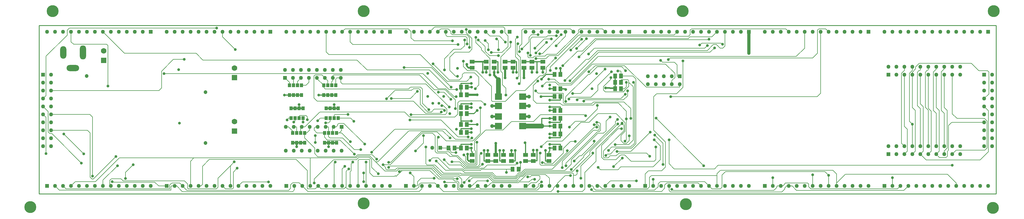
<source format=gbl>
%FSTAX23Y23*%
%MOIN*%
%SFA1B1*%

%IPPOS*%
%ADD15R,0.059060X0.051180*%
%ADD16R,0.086610X0.078740*%
%ADD17R,0.039370X0.047240*%
%ADD18R,0.051180X0.059060*%
%ADD24C,0.007870*%
%ADD25C,0.019690*%
%ADD26C,0.039370*%
%ADD27C,0.011810*%
%ADD30R,0.050000X0.050000*%
%ADD31C,0.050000*%
%ADD32C,0.070000*%
%ADD33R,0.070000X0.070000*%
%ADD34C,0.150000*%
%ADD35R,0.050000X0.050000*%
%ADD36O,0.078740X0.177160*%
%ADD37O,0.078740X0.157480*%
%ADD38O,0.157480X0.078740*%
%ADD39C,0.059060*%
%ADD40C,0.059060*%
%ADD41C,0.035430*%
%ADD42C,0.047240*%
%ADD43C,0.010000*%
%ADD44C,0.027560*%
%ADD45C,0.015750*%
%ADD46C,0.059060*%
%LNledmatrixdisplay-1*%
%LPD*%
G54D15*
X05436Y01654D03*
Y01579D03*
X05711Y01654D03*
Y01579D03*
X05849Y01654D03*
Y01579D03*
X05947Y01654D03*
Y01579D03*
X06085Y01654D03*
Y01579D03*
X06184Y01654D03*
Y01579D03*
X06321Y01654D03*
Y01579D03*
X05613Y01654D03*
Y01579D03*
X05928Y00481D03*
Y00406D03*
X06203Y00481D03*
Y00406D03*
X064D03*
Y00481D03*
X05436D03*
Y00406D03*
X05632Y00481D03*
Y00406D03*
X05829Y00481D03*
Y00406D03*
X05731Y00481D03*
Y00406D03*
X06105Y00481D03*
Y00406D03*
G54D16*
X05766Y01215D03*
Y01097D03*
Y00845D03*
Y00963D03*
X06069Y01215D03*
Y01097D03*
Y00845D03*
Y00963D03*
G54D17*
X03315Y00943D03*
X03265D03*
X03215D03*
X03165D03*
Y01067D03*
X03215D03*
X03265D03*
X03315D03*
X03185Y00757D03*
X03235D03*
X03285D03*
X03335D03*
Y00633D03*
X03285D03*
X03235D03*
X03185D03*
X03585Y00757D03*
X03635D03*
X03685D03*
X03735D03*
Y00633D03*
X03685D03*
X03635D03*
X03585D03*
X03755Y01067D03*
X03705D03*
X03655D03*
X03605D03*
Y00943D03*
X03655D03*
X03705D03*
X03755D03*
X03145Y01357D03*
X03195D03*
X03245D03*
X03295D03*
Y01233D03*
X03245D03*
X03195D03*
X03145D03*
X03575D03*
X03625D03*
X03675D03*
X03725D03*
Y01357D03*
X03675D03*
X03625D03*
X03575D03*
G54D18*
X05369Y01335D03*
X05294D03*
X05369Y01237D03*
X05294D03*
X05369Y01079D03*
X05294D03*
X05369Y01D03*
X05294D03*
X05369Y00863D03*
X05294D03*
X05369Y00764D03*
X05294D03*
X06542Y01315D03*
X06467D03*
X06542Y01217D03*
X06467D03*
X06542Y0104D03*
X06467D03*
X06542Y00941D03*
X06467D03*
X06542Y00843D03*
X06467D03*
X06542Y00745D03*
X06467D03*
Y01493D03*
X06542D03*
X07227Y01315D03*
X07302D03*
Y01395D03*
X07227D03*
Y01475D03*
X07302D03*
X05214Y00567D03*
X05139D03*
X05369D03*
X05294D03*
X06542D03*
X06467D03*
X05942Y003D03*
X06017D03*
G54D24*
X04787Y01335D02*
X04812Y0131D01*
X0464Y01312D02*
X04663Y01335D01*
X04812Y01132D02*
X04893Y01051D01*
X04663Y01335D02*
X04787D01*
X03575Y0133D02*
Y01357D01*
X03593Y01312D02*
X0464D01*
X07231Y009D02*
X07259Y00928D01*
X06677Y00298D02*
X06834Y00455D01*
X00315Y00743D02*
X00564Y00494D01*
X04075Y00143D02*
Y00254D01*
X07741Y00944D02*
X08339Y00346D01*
X00092Y00498D02*
Y00953D01*
X06966Y0086D02*
X07011D01*
X06565Y0032D02*
Y00401D01*
X00055Y0099D02*
X00092Y00953D01*
X00118Y0077D02*
Y01027D01*
X06965Y00632D02*
Y00654D01*
X06715Y00405D02*
X06781Y00471D01*
X0721Y00333D02*
X07317Y0044D01*
X00164Y0075D02*
X00536Y00378D01*
X00055Y0109D02*
X00118Y01027D01*
X06987Y00553D02*
X07315Y00881D01*
Y00876D02*
X07337Y00854D01*
X07622Y00505D02*
X07662Y00465D01*
X06512Y00021D02*
X06819D01*
X07369Y00672D02*
Y01032D01*
X00092Y01227D02*
Y01723D01*
X06203Y01353D02*
X0626Y0141D01*
X07353Y00656D02*
X07369Y00672D01*
X05979Y01939D02*
X06003Y01963D01*
X00386Y02078D02*
X02232D01*
X05997Y01447D02*
X06022Y01472D01*
X00055Y0119D02*
X00092Y01227D01*
X01075Y0176D02*
X01975D01*
X00805Y0203D02*
X01075Y0176D01*
X05145Y01303D02*
X05242D01*
X04582Y01582D02*
X04925D01*
X05171Y01336*
X06233Y01289D02*
X06263Y01259D01*
X05475Y01315D02*
X0552Y0136D01*
X07425Y00942D02*
Y01063D01*
X01689Y01683D02*
X01826D01*
X04945Y01628D02*
X05147Y01426D01*
X00155Y0129D02*
X01507D01*
X03145Y01357D02*
Y01395D01*
X0309Y0145D02*
X03145Y01395D01*
X03245Y01404D02*
X0329Y0145D01*
X03245Y01357D02*
Y01404D01*
X0349Y01441D02*
Y0145D01*
Y01441D02*
X03575Y01357D01*
X03466Y01487D02*
X03553D01*
X03625Y01415*
Y01357D02*
Y01415D01*
X056Y01921D02*
X0564Y01881D01*
Y01805D02*
Y01881D01*
X03842Y02067D02*
X04635D01*
X04707Y01917D02*
X0519D01*
X03805Y0203D02*
X03842Y02067D01*
X04966Y02091D02*
X05827D01*
X05675Y0177D02*
X0581D01*
X04905Y0203D02*
X04966Y02091D01*
X05042Y02067D02*
X05135D01*
X05403Y01833D02*
Y01957D01*
X05005Y0203D02*
X05042Y02067D01*
X05513Y01929D02*
X05598Y01844D01*
X05655Y0173D02*
X05765D01*
X05481Y01895D02*
Y01961D01*
X0566Y01487D02*
Y01695D01*
X05742Y01942D02*
X05765Y0192D01*
Y01805D02*
Y0192D01*
X05658Y01977D02*
X05777D01*
X05853Y01901*
X05605Y0203D02*
X05658Y01977D01*
X0592Y0184D02*
Y019D01*
X0586Y01235D02*
Y0132D01*
X06074Y02067D02*
X06668D01*
X06705Y0203*
X06027Y01781D02*
Y01849D01*
X06179Y01993D02*
X06262D01*
X06057Y01813D02*
X06147Y01903D01*
X06672Y01801D02*
X0681Y01939D01*
X06785Y02067D02*
X07068D01*
X07105Y0203*
X06135Y01714D02*
Y01766D01*
X06382Y0198D02*
X06492D01*
X06165Y01733D02*
Y01939D01*
X06773Y01992D02*
X07967D01*
X08005Y0203*
X06235Y01696D02*
X06363D01*
X06314Y01754D02*
X06553Y01993D01*
X06283Y01754D02*
X06314D01*
X08166Y01968D02*
X08443D01*
X08505Y0203*
X06573Y01603D02*
X06757Y01787D01*
X08185Y02067D02*
X09368D01*
X09405Y0203*
X06415Y01544D02*
Y01588D01*
X08419Y01773D02*
X08475Y01829D01*
X06663Y01413D02*
X07023Y01773D01*
X09782Y02067D02*
X09868D01*
X09905Y0203*
X07895Y0168D02*
X07915Y017D01*
X06794Y01253D02*
X07101Y0156D01*
X06694Y01253D02*
X06794D01*
X0856Y01889D02*
X08575Y01874D01*
X0829Y01864D02*
X08315Y01889D01*
X05997Y01868D02*
X06009Y0188D01*
X06025Y01378D02*
X06041Y01394D01*
X07004Y01058D02*
Y01103D01*
X06654Y0083D02*
Y00832D01*
X07115Y00908D02*
X07166Y00959D01*
X04855Y0037D02*
Y0058D01*
X06843Y00989D02*
X06859Y00973D01*
X00155Y0079D02*
X00613D01*
X05333Y00482D02*
X05356Y00459D01*
X00686Y00178D02*
X00968Y0046D01*
X09905Y0009D02*
Y00225D01*
X08351Y00144D02*
X08442Y00053D01*
X06905Y0009D02*
X06945D01*
X06705D02*
Y00246D01*
X09705Y0009D02*
Y00231D01*
X06752Y00242D02*
Y00281D01*
X06705Y00225D02*
X06735D01*
X05336Y00136D02*
X0538Y0018D01*
X09503Y00034D02*
X10849D01*
X10905Y0009*
X09405D02*
X09447D01*
X09683Y00053D02*
X10768D01*
X10805Y0009*
X09305D02*
X09331D01*
X10005D02*
Y00242D01*
X08505Y0009D02*
Y00245D01*
X10005Y00127D02*
X10115Y00237D01*
X11505Y0009D02*
Y00128D01*
X07683Y00222D02*
X08503D01*
X07005Y0009D02*
X07031D01*
X08505Y00245D02*
X08547Y00287D01*
X07875Y00127D02*
X08268D01*
X08305Y0009*
X06932Y00043D02*
X06954Y00021D01*
X07795Y00144D02*
X08351D01*
X08442Y00053D02*
X08547D01*
X05275D02*
X05468D01*
X04537Y00286D02*
X04906D01*
X04483Y00212D02*
X04557Y00286D01*
X0628Y00117D02*
X06304Y00141D01*
X05519Y0032D02*
X05565Y00366D01*
X05505Y0009D02*
X05542Y00053D01*
X05468D02*
X05505Y0009D01*
X05183Y00395D02*
X0528D01*
X04521Y0027D02*
X04537Y00286D01*
X04005Y0009D02*
Y0041D01*
X05542Y00053D02*
X06233D01*
X04787Y00127D02*
X04968D01*
X05078Y00017*
X03827Y00053D02*
X03855Y00081D01*
X05537Y0075D02*
Y01073D01*
X06479Y0009D02*
X06505D01*
X04388Y00389D02*
X04416D01*
X03855Y00274D02*
X03887Y00306D01*
X0385Y00076D02*
X03875Y00051D01*
X03505Y0009D02*
X03542Y00053D01*
X05078Y00017D02*
X06422D01*
X03185Y0013D02*
X03265D01*
X03374Y00021*
X01768Y00127D02*
X0186Y00035D01*
X04805Y00055D02*
Y0009D01*
X0316Y00105D02*
X03185Y0013D01*
X00305Y0009D02*
X00342Y00053D01*
X03374Y00021D02*
X04771D01*
X03542Y00053D02*
X03827D01*
X02005Y0009D02*
X02035D01*
X03468Y00053D02*
X03505Y0009D01*
X03371Y00053D02*
X03468D01*
X02555Y0014D02*
X02883D01*
X02505Y0009D02*
X02555Y0014D01*
X00922Y00144D02*
X00927Y00139D01*
X01505Y0009D02*
X01605D01*
X00258Y00037D02*
X01658D01*
X00205Y0009D02*
X00258Y00037D01*
X01666Y0009D02*
X01705D01*
X00342Y00053D02*
X01642D01*
X04151Y00469D02*
X04341Y00279D01*
X01013Y00443D02*
X03981D01*
X00458Y00143D02*
X00713D01*
X05065Y00786D02*
X05157Y00694D01*
X0521Y00182D02*
X05248D01*
X06405Y0009D02*
Y00187D01*
X05399Y00153D02*
X05441Y00195D01*
X04226Y00394D02*
X04251D01*
X03405Y00443D02*
X03405Y00442D01*
X01905Y00402D02*
X01946Y00443D01*
X03405Y0009D02*
Y00442D01*
X01905Y0009D02*
Y00402D01*
X00405Y0009D02*
X00458Y00143D01*
X01667Y00127D02*
X01768D01*
X0186Y00035D02*
X03135D01*
X02342Y00053D02*
X02429D01*
X05532Y00485D02*
X05547Y005D01*
X05305Y0009D02*
Y00174D01*
X04319Y00357D02*
X04409D01*
X04319D02*
X04353Y00322D01*
X03805Y00305D02*
X03838Y00338D01*
X00805Y00163D02*
X00988Y00346D01*
X02442Y00266D02*
X0249Y00314D01*
X03805Y0009D02*
Y00305D01*
X00805Y0009D02*
Y00163D01*
X02305Y0009D02*
X02342Y00053D01*
X03135Y00035D02*
X0316Y0006D01*
Y00105*
X01802Y00019D02*
X03184D01*
X03205Y0004D02*
Y0009D01*
X01705D02*
X01731D01*
X03184Y00019D02*
X03205Y0004D01*
X04658Y00256D02*
X04705Y00209D01*
Y0009D02*
Y00209D01*
X04174Y00326D02*
X04257Y00243D01*
X03456Y00127D02*
Y00178D01*
X0697Y0083D02*
X06998D01*
X04985Y00405D02*
X05101Y00289D01*
X04353Y00306D02*
Y00322D01*
Y00306D02*
X04365Y00295D01*
X03981Y00443D02*
X04007Y00469D01*
X05552Y003D02*
X05942D01*
X07905Y0037D02*
Y0067D01*
X0772D02*
X07795Y00595D01*
X0852Y0035D02*
X11455D01*
X07015Y00325D02*
X07045Y00295D01*
X04905Y0041D02*
X0494Y00445D01*
X05865Y0026D02*
Y003D01*
X01089Y00261D02*
X01186Y00358D01*
X01089Y00185D02*
Y00261D01*
X06565Y00401D02*
X06954Y00791D01*
X07045Y00295D02*
X07265D01*
X06997Y00892D02*
X07025D01*
X06612Y00344D02*
Y00379D01*
X00675Y00215D02*
Y00958D01*
X00155Y0099D02*
X00643D01*
X06131Y00204D02*
X06164D01*
X06105Y0009D02*
X06131D01*
X04794Y00189D02*
X0496D01*
X04705Y0009D02*
X04743D01*
X06947Y0049D02*
Y00506D01*
X06797Y00189D02*
Y0034D01*
X06265Y00112D02*
X0627Y00117D01*
X06265Y00085D02*
Y00112D01*
X0627Y00117D02*
X0628D01*
X06233Y00053D02*
X06265Y00085D01*
X06252Y00037D02*
X06305Y0009D01*
X05265Y00037D02*
X06252D01*
X0509Y0014D02*
X05094Y00136D01*
X06239Y00132D02*
X06285Y00177D01*
X06164Y00204D02*
X0618Y0022D01*
X06285Y00177D02*
Y0021D01*
X06275Y0022D02*
X06285Y0021D01*
X0618Y0022D02*
X06275D01*
X05497Y00156D02*
X0563D01*
X05405Y0009D02*
X05431D01*
X06464Y0035D02*
X0663Y00516D01*
X06285Y00364D02*
Y00499D01*
X0663Y00516D02*
Y00536D01*
X06285Y00499D02*
X06289Y00503D01*
X063Y0035D02*
X06464D01*
X06285Y00364D02*
X063Y0035D01*
X06345Y00369D02*
X06443D01*
X06668Y0065D02*
X0673D01*
X06315Y00385D02*
X06345D01*
Y00369D02*
Y00385D01*
X06804Y00471D02*
X06965Y00632D01*
X06781Y00471D02*
X06804D01*
X06023Y00258D02*
X06052D01*
X05343D02*
X05687D01*
X05977Y00211D02*
X06023Y00258D01*
X05687D02*
X05733Y00211D01*
X05977*
X053Y00242D02*
X05677D01*
X05983Y00195D02*
X0603Y00242D01*
X06059*
X05677D02*
X05724Y00195D01*
X05983*
X10955Y01545D02*
Y0159D01*
X10918Y00904D02*
X10955Y00867D01*
Y0059D02*
Y00867D01*
X06912Y00523D02*
X07261Y00872D01*
X0439Y00325D02*
X04406Y00341D01*
X06036Y00226D02*
X06065D01*
X05278D02*
X0567D01*
X0599Y0018D02*
X06036Y00226D01*
X0567D02*
X05716Y0018D01*
X0599*
X0541Y0021D02*
X05655D01*
X06043D02*
X06072D01*
X05994Y00161D02*
X06043Y0021D01*
X05655D02*
X05704Y00161D01*
X05994*
X061Y00216D02*
X0612Y00236D01*
X05441Y00195D02*
X05645D01*
X06039Y00155D02*
X061Y00216D01*
X05645Y00195D02*
X05694Y00145D01*
X06*
X0601Y00155*
X06039*
X05635Y0009D02*
X05675Y0013D01*
X06184Y00174D02*
X0622D01*
X0615Y0014D02*
X06184Y00174D01*
X05675Y0013D02*
X06015D01*
X05605Y0009D02*
X05635D01*
X06015Y0013D02*
X06025Y0014D01*
X0615*
X06602Y0022D02*
X0667D01*
X06505Y00123D02*
X06602Y0022D01*
X06505Y0009D02*
Y00123D01*
X07725Y00732D02*
X07828Y00629D01*
Y00361D02*
Y00629D01*
X07426Y00524D02*
X0767Y00768D01*
X07251Y00524D02*
X07426D01*
X07302Y01475D02*
X07453D01*
X07111Y00476D02*
X07127Y00492D01*
X05537Y00285D02*
X05552Y003D01*
X05339Y00285D02*
X05537D01*
X05319Y00305D02*
X05339Y00285D01*
X0515Y00305D02*
X05319D01*
X0501Y00445D02*
X0515Y00305D01*
X0494Y00445D02*
X0501D01*
X0658Y00562D02*
X06668Y0065D01*
X0658Y00506D02*
Y00562D01*
X06443Y00369D02*
X0658Y00506D01*
X03762Y00878D02*
X03826D01*
X0375Y00866D02*
X03762Y00878D01*
X0375Y00854D02*
Y00866D01*
X03731Y00835D02*
X0375Y00854D01*
X03811Y00695D02*
X03957Y00549D01*
X03651Y00695D02*
X03811D01*
X03635Y00711D02*
X03651Y00695D01*
X03627Y00835D02*
X03635Y00827D01*
X03619Y00669D02*
X0378D01*
X03585Y00703D02*
X03619Y00669D01*
X03454Y00818D02*
X03471Y00835D01*
X03454Y00793D02*
Y00818D01*
Y00793D02*
X0349Y00757D01*
X04001Y00485D02*
X04182D01*
X03975Y00459D02*
X04001Y00485D01*
X035Y00459D02*
X03975D01*
X03461Y00498D02*
X035Y00459D01*
X03461Y00498D02*
Y00569D01*
X03335Y00695D02*
X03461Y00569D01*
X03363Y00757D02*
X034Y00794D01*
X0528Y01162D02*
X0555D01*
X05256Y01138D02*
X0528Y01162D01*
X05256Y00996D02*
Y01138D01*
X05219Y00959D02*
X05256Y00996D01*
X04651Y00959D02*
X05219D01*
X0459Y0102D02*
X04651Y00959D01*
X03525Y0102D02*
X0459D01*
X0334Y00835D02*
X03525Y0102D01*
X03227Y00835D02*
X03235Y00827D01*
X05486Y00352D02*
X05496Y00362D01*
X05378Y00352D02*
X05486D01*
X05253Y00476D02*
X05378Y00352D01*
X0519Y00476D02*
X05253D01*
X05146Y00521D02*
X0519Y00476D01*
X05007Y00521D02*
X05146D01*
X04998Y0053D02*
X05007Y00521D01*
X04998Y0053D02*
Y00691D01*
X03131Y00835D02*
X03185Y00781D01*
X05296Y0181D02*
X05341Y01855D01*
X05205Y0181D02*
X05296D01*
X05087Y01692D02*
X05205Y0181D01*
X10855Y00842D02*
X10892Y00805D01*
Y00527D02*
Y00805D01*
X07142Y00446D02*
X07166Y0047D01*
X07091Y00446D02*
X07142D01*
X07081Y00456D02*
X07091Y00446D01*
X07081Y00456D02*
Y0053D01*
X07337Y00786*
Y00854*
X06848Y0005D02*
Y00262D01*
X06819Y00021D02*
X06848Y0005D01*
X10851Y0154D02*
X10855D01*
X10818Y01507D02*
X10851Y0154D01*
X10818Y00627D02*
Y01507D01*
X07057Y006D02*
X07266Y0081D01*
X07339Y01149D02*
X07425Y01063D01*
X06958Y01149D02*
X07339D01*
X06933Y01124D02*
X06958Y01149D01*
X06594Y01124D02*
X06933D01*
X0658Y01138D02*
X06594Y01124D01*
X0658Y01138D02*
Y01259D01*
X06263D02*
X0658D01*
X0552Y0136D02*
Y0146D01*
X05465Y01515D02*
X0552Y0146D01*
X05335Y01515D02*
X05465D01*
X05313Y01493D02*
X05335Y01515D01*
X05313Y01464D02*
Y01493D01*
X05298Y01449D02*
X05313Y01464D01*
X05275Y01426D02*
X05298Y01449D01*
X05147Y01426D02*
X05275D01*
X01541Y01535D02*
X01689Y01683D01*
X01541Y01324D02*
Y01535D01*
X01507Y0129D02*
X01541Y01324D01*
X10996Y01589D02*
X11043Y01636D01*
X10996Y01563D02*
Y01589D01*
X10955Y01522D02*
X10996Y01563D01*
X10955Y01077D02*
X10992Y0104D01*
Y00527D02*
Y0104D01*
X07268Y01133D02*
X07369Y01032D01*
X06978Y01133D02*
X07268D01*
X06953Y01108D02*
X06978Y01133D01*
X06564Y01108D02*
X06953D01*
X0654Y01132D02*
X06564Y01108D01*
X06241Y01132D02*
X0654D01*
X06203Y0117D02*
X06241Y01132D01*
X06203Y0117D02*
Y01353D01*
X06022Y01472D02*
Y01674D01*
X05979Y01717D02*
X06022Y01674D01*
X05979Y01717D02*
Y01939D01*
X00358Y0205D02*
X00386Y02078D01*
X00358Y01989D02*
Y0205D01*
X00092Y01723D02*
X00358Y01989D01*
X10918Y00904D02*
Y01508D01*
X10955Y01545*
X06912Y00489D02*
Y00523D01*
X06691Y00268D02*
X06912Y00489D01*
X06107Y00268D02*
X06691D01*
X06065Y00226D02*
X06107Y00268D01*
X0527Y00235D02*
X05278Y00226D01*
X05056Y00235D02*
X0527D01*
X0495Y00341D02*
X05056Y00235D01*
X04406Y00341D02*
X0495D01*
X11055Y01124D02*
X11092Y01087D01*
Y00527D02*
Y01087D01*
X00138Y0075D02*
X00164D01*
X00118Y0077D02*
X00138Y0075D01*
X11043Y0154D02*
X11055Y01552D01*
X11036Y0154D02*
X11043D01*
X11018Y01522D02*
X11036Y0154D01*
X11018Y01101D02*
Y01522D01*
Y01101D02*
X11055Y01064D01*
X0644Y003D02*
X0697Y0083D01*
X06094Y003D02*
X0644D01*
X06052Y00258D02*
X06094Y003D01*
X05312Y00289D02*
X05343Y00258D01*
X05101Y00289D02*
X05312D01*
X11192Y00527D02*
Y01031D01*
X11155Y01068D02*
X11192Y01031D01*
X07011Y0086D02*
X07028Y00843D01*
Y00801D02*
Y00843D01*
X07017Y00791D02*
X07028Y00801D01*
X06954Y00791D02*
X07017D01*
X11139Y0154D02*
X11155Y01556D01*
X11136Y0154D02*
X11139D01*
X11118Y01522D02*
X11136Y0154D01*
X11118Y01082D02*
Y01522D01*
Y01082D02*
X11155Y01045D01*
X07025Y00892D02*
X07044Y00873D01*
Y00792D02*
Y00873D01*
X07027Y00775D02*
X07044Y00792D01*
X07008Y00775D02*
X07027D01*
X00643Y0099D02*
X00675Y00958D01*
X11408Y0085D02*
X11448Y0089D01*
X11255Y01077D02*
X11292Y0104D01*
Y00527D02*
Y0104D01*
X11218D02*
X11255Y01003D01*
X11218Y0104D02*
Y01523D01*
X11255Y0156*
X07115Y00786D02*
Y00908D01*
X07082Y00753D02*
X07115Y00786D01*
X07011Y00753D02*
X07082D01*
X06678Y0042D02*
X07011Y00753D01*
X06678Y00364D02*
Y0042D01*
X06598Y00284D02*
X06678Y00364D01*
X06101Y00284D02*
X06598D01*
X06059Y00242D02*
X06101Y00284D01*
X05291Y0025D02*
X053Y00242D01*
X05074Y0025D02*
X05291D01*
X04968Y00356D02*
X05074Y0025D01*
X04868Y00356D02*
X04968D01*
X04855Y0037D02*
X04868Y00356D01*
X11355Y01077D02*
X11392Y0104D01*
X07231Y00867D02*
Y009D01*
X06834Y0047D02*
X07231Y00867D01*
X06834Y00455D02*
Y0047D01*
X11318Y0104D02*
X11355Y01003D01*
X11318Y0104D02*
Y01527D01*
X11355Y01564*
X06292Y00989D02*
X06843D01*
X06204Y00901D02*
X06292Y00989D01*
X05929Y00901D02*
X06204D01*
X05822Y00794D02*
X05929Y00901D01*
X05604Y00794D02*
X05822D01*
X05466Y00656D02*
X05604Y00794D01*
X05466Y00542D02*
Y00656D01*
Y00542D02*
X05478Y0053D01*
Y00368D02*
Y0053D01*
X0539Y00368D02*
X05478D01*
X05356Y00402D02*
X0539Y00368D01*
X05356Y00402D02*
Y00459D01*
X00668Y00178D02*
X00686D01*
X00645Y00201D02*
X00668Y00178D01*
X00645Y00201D02*
Y00758D01*
X00613Y0079D02*
X00645Y00758D01*
X0737Y00626D02*
X07406Y00661D01*
X07339Y00626D02*
X0737D01*
X07303Y00662D02*
X07339Y00626D01*
X07303Y00662D02*
Y00728D01*
X07353Y00778*
Y00889*
X07242Y01D02*
X07353Y00889D01*
X07011Y01D02*
X07242D01*
X06901Y0089D02*
X07011Y01D01*
X06798Y0089D02*
X06901D01*
X06564Y00656D02*
X06798Y0089D01*
X06376Y00656D02*
X06564D01*
X07294Y01538D02*
X07302Y0153D01*
X07453Y01475D02*
X0749Y01438D01*
Y00622D02*
Y01438D01*
X07432Y00564D02*
X0749Y00622D01*
X0724Y00564D02*
X07432D01*
X07168Y00492D02*
X0724Y00564D01*
X07127Y00492D02*
X07168D01*
X07081Y01341D02*
X07176Y01436D01*
X07081Y01298D02*
Y01341D01*
Y01298D02*
X07106Y01273D01*
X0734*
Y01286*
X074Y01346*
X07387Y01428D02*
X074Y01415D01*
X07455Y00667D02*
Y01341D01*
X07398Y0061D02*
X07455Y00667D01*
X06364Y01519D02*
Y01582D01*
X06323Y01479D02*
X06364Y01519D01*
X06286Y01479D02*
X06323D01*
X06098Y01291D02*
X06286Y01479D01*
X05987Y01291D02*
X06098D01*
X05851Y01155D02*
X05987Y01291D01*
X0569Y01155D02*
X05851D01*
X0568Y01165D02*
X0569Y01155D01*
X0568Y01165D02*
Y01345D01*
X05485Y0154D02*
X0568Y01345D01*
X0538Y0154D02*
X05485D01*
X05324Y01595D02*
X0538Y0154D01*
X05324Y01595D02*
Y01659D01*
X08004Y0147D02*
Y01615D01*
X07971Y01648D02*
X08004Y01615D01*
X07821Y01648D02*
X07971D01*
X07619Y01333D02*
X0804D01*
X07346Y01606D02*
X07619Y01333D01*
X06977Y01606D02*
X07346D01*
X0794Y01417D02*
X07977Y01453D01*
Y01507*
X0786Y01624D02*
X07977Y01507D01*
X06943Y01624D02*
X0786D01*
X06679Y0136D02*
X06943Y01624D01*
X06515Y0136D02*
X06679D01*
X06477Y01398D02*
X06515Y0136D01*
X06365Y01398D02*
X06477D01*
X07997Y0125D02*
X08077Y0133D01*
X07747Y0125D02*
X07997D01*
X07711Y01214D02*
X07747Y0125D01*
X07711Y00791D02*
Y01214D01*
Y00791D02*
X07858Y00644D01*
Y00329D02*
Y00644D01*
X07811Y00282D02*
X07858Y00329D01*
X06173Y00132D02*
X06239D01*
X06131Y0009D02*
X06173Y00132D01*
X01456Y00139D02*
X01505Y0009D01*
X00927Y00139D02*
X01456D01*
X04751Y00146D02*
X04794Y00189D01*
X04751Y00098D02*
Y00146D01*
X04743Y0009D02*
X04751Y00098D01*
X04174Y00326D02*
Y0042D01*
X04145Y0045D02*
X04174Y0042D01*
X04015Y0045D02*
X04145D01*
X03986Y00421D02*
X04015Y0045D01*
X03699Y00421D02*
X03986D01*
X03456Y00178D02*
X03699Y00421D01*
X01731Y0009D02*
X01802Y00019D01*
X01658Y00082D02*
X01666Y0009D01*
X01658Y00037D02*
Y00082D01*
X09655Y00081D02*
X09683Y00053D01*
X09655Y00081D02*
Y00114D01*
X09642Y00127D02*
X09655Y00114D01*
X09363Y00127D02*
X09642D01*
X09355Y00119D02*
X09363Y00127D01*
X09355Y00114D02*
Y00119D01*
X09331Y0009D02*
X09355Y00114D01*
X09255Y00082D02*
X09263Y0009D01*
X09255Y00071D02*
Y00082D01*
X09219Y00035D02*
X09255Y00071D01*
X07954Y00035D02*
X09219D01*
X06797Y0034D02*
X06947Y0049D01*
X05252Y0005D02*
X05265Y00037D01*
X05252Y0005D02*
Y00123D01*
X05239Y00136D02*
X05252Y00123D01*
X05094Y00136D02*
X05239D01*
X04771Y00021D02*
X04805Y00055D01*
X01642Y00053D02*
Y00102D01*
X01667Y00127*
X09447Y0009D02*
X09503Y00034D01*
X09355Y00066D02*
X09379Y0009D01*
X09355Y0005D02*
Y00066D01*
X0932Y00015D02*
X09355Y0005D01*
X07923Y00015D02*
X0932D01*
X07905Y00033D02*
X07923Y00015D01*
X06356Y00236D02*
X06405Y00187D01*
X0612Y00236D02*
X06356D01*
X05197Y00195D02*
X0521Y00182D01*
X05035Y00195D02*
X05197D01*
X04927Y00303D02*
X05035Y00195D01*
X04511Y00303D02*
X04927D01*
X04487Y00279D02*
X04511Y00303D01*
X04341Y00279D02*
X04487D01*
X04007Y00469D02*
X04151D01*
X04251Y00394D02*
X04643Y00786D01*
X05065*
X00713Y00143D02*
X01013Y00443D01*
X05444Y00657D02*
X05537Y0075D01*
X05108Y00657D02*
X05444D01*
X04995Y0077D02*
X05108Y00657D01*
X04797Y0077D02*
X04995D01*
X04416Y00389D02*
X04797Y0077D01*
X03855Y00081D02*
Y00274D01*
X03875Y00051D02*
X04739D01*
X04767Y00079*
Y00107*
X04787Y00127*
X06455Y00066D02*
X06479Y0009D01*
X06455Y0005D02*
Y00066D01*
X06422Y00017D02*
X06455Y0005D01*
X03368Y00056D02*
X03371Y00053D01*
X03368Y00056D02*
Y00283D01*
X03228Y00423D02*
X03368Y00283D01*
X0214Y00423D02*
X03228D01*
X02055Y00338D02*
X0214Y00423D01*
X02055Y0011D02*
Y00338D01*
X02035Y0009D02*
X02055Y0011D01*
X06768Y01191D02*
X07301D01*
X07004Y0159D02*
X07311D01*
X06908Y01494D02*
X07004Y0159D01*
X06891Y01494D02*
X06908D01*
X0661Y01213D02*
X06891Y01494D01*
X07331Y01173D02*
X07384Y01226D01*
X0685Y01173D02*
X07331D01*
X07013Y01296D02*
Y01358D01*
X06924Y01207D02*
X07013Y01296D01*
X0667Y01207D02*
X06924D01*
X03705Y0098D02*
X03715Y0099D01*
X03635Y00886D02*
X03655Y00906D01*
X03353Y00979D02*
X0337Y00962D01*
X03274Y00979D02*
X03353D01*
X03265Y0097D02*
X03274Y00979D01*
X05046Y0092D02*
X05257Y00709D01*
X05162Y0053D02*
X0518Y00512D01*
X05162Y0053D02*
Y00567D01*
X05062Y0057D02*
X05064Y00567D01*
X07346Y01315D02*
X0737Y01338D01*
X07471Y00628D02*
Y01382D01*
X07423Y0058D02*
X07471Y00628D01*
X07186Y0058D02*
X07423D01*
X06072Y0021D02*
X06113Y00252D01*
X0538Y0018D02*
X0541Y0021D01*
X05226Y00678D02*
X05416D01*
X051Y00804D02*
X05226Y00678D01*
X04464Y00804D02*
X051D01*
X0785Y00102D02*
X07875Y00127D01*
X0785Y0006D02*
Y00102D01*
X07811Y00021D02*
X0785Y0006D01*
X05532Y00361D02*
Y00485D01*
X05507Y00336D02*
X05532Y00361D01*
X05369Y00336D02*
X05507D01*
X05243Y00461D02*
X05369Y00336D01*
X05158Y00461D02*
X05243D01*
X05157Y0046D02*
X05158Y00461D01*
X05113Y00505D02*
X05157Y0046D01*
X04993Y00505D02*
X05113D01*
X04972Y00526D02*
X04993Y00505D01*
X04972Y00526D02*
Y00722D01*
X0494Y00754D02*
X04972Y00722D01*
X04806Y00754D02*
X0494D01*
X04409Y00357D02*
X04806Y00754D01*
X04365Y00295D02*
X04471D01*
X04495Y00319*
X04945*
X05049Y00215*
X05265*
X05305Y00174*
X02442Y00066D02*
Y00266D01*
X02429Y00053D02*
X02442Y00066D01*
X09859Y00271D02*
X09905Y00225D01*
X08611Y00271D02*
X09859D01*
X08568Y00228D02*
X08611Y00271D01*
X08568Y00074D02*
Y00228D01*
X08547Y00053D02*
X08568Y00074D01*
X07768Y00117D02*
X07795Y00144D01*
X07768Y00082D02*
Y00117D01*
X07723Y00037D02*
X07768Y00082D01*
X05431Y0009D02*
X05497Y00156D01*
X03917Y00282D02*
Y00369D01*
X03905Y0027D02*
X03917Y00282D01*
X02248Y00074D02*
Y00188D01*
X02227Y00053D02*
X02248Y00074D01*
X01875Y00053D02*
X02227D01*
X01867Y00061D02*
X01875Y00053D01*
X01867Y00061D02*
Y00115D01*
X01827Y00155D02*
X01867Y00115D01*
X01059Y00155D02*
X01827D01*
X01033Y00181D02*
X01059Y00155D01*
X00911Y00181D02*
X01033D01*
X00892Y00162D02*
X00911Y00181D01*
X11396Y00237D02*
X11505Y00128D01*
X10115Y00237D02*
X11396D01*
X0996Y00287D02*
X10005Y00242D01*
X08547Y00287D02*
X0996D01*
X07659Y00198D02*
X07683Y00222D01*
X07659Y00077D02*
Y00198D01*
X07635Y00053D02*
X07659Y00077D01*
X07068Y00053D02*
X07635D01*
X07031Y0009D02*
X07068Y00053D01*
X05355Y0032D02*
X05519D01*
X0528Y00395D02*
X05355Y0032D01*
X04473Y00222D02*
X04483Y00212D01*
X04463D02*
X04473Y00222D01*
X04195Y00212D02*
X04463D01*
X04152Y00255D02*
X04195Y00212D01*
X04152Y00255D02*
Y00417D01*
X04145Y00425D02*
X04152Y00417D01*
X0402Y00425D02*
X04145D01*
X04005Y0041D02*
X0402Y00425D01*
X04906Y00286D02*
X05015Y00177D01*
X05193*
X05218Y00152*
X05251*
X05268Y00135*
Y0006D02*
Y00135D01*
Y0006D02*
X05275Y00053D01*
X05624Y00355D02*
X05977D01*
X05585Y00316D02*
X05624Y00355D01*
X05545Y00316D02*
X05585D01*
X05533Y00304D02*
X05545Y00316D01*
X05345Y00304D02*
X05533D01*
X05294Y00355D02*
X05345Y00304D01*
X05149Y00355D02*
X05294D01*
X06852Y00906D02*
X07004Y01058D01*
X06728Y00906D02*
X06852D01*
X06654Y00832D02*
X06728Y00906D01*
X08315Y01889D02*
X0856D01*
X05997Y01751D02*
Y01868D01*
Y01751D02*
X06041Y01707D01*
Y01394D02*
Y01707D01*
X09765Y0205D02*
X09782Y02067D01*
X09765Y01761D02*
Y0205D01*
X09704Y017D02*
X09765Y01761D01*
X07915Y017D02*
X09704D01*
X09763Y01216D02*
X09805Y01258D01*
X07023Y01773D02*
X08419D01*
X095Y0172D02*
X09605Y01825D01*
X07015Y0172D02*
X095D01*
X06675Y0138D02*
X07015Y0172D01*
X06525Y0138D02*
X06675D01*
X0647Y01435D02*
X06525Y0138D01*
X06768Y0205D02*
X06785Y02067D01*
X06768Y02019D02*
Y0205D01*
X06496Y01747D02*
X06768Y02019D01*
X06373Y01747D02*
X06496D01*
X06349Y01723D02*
X06373Y01747D01*
X06255Y01723D02*
X06349D01*
X06252Y01726D02*
X06255Y01723D01*
X0622Y01726D02*
X06252D01*
X06197Y01703D02*
X0622Y01726D01*
X06146Y01703D02*
X06197D01*
X06135Y01714D02*
X06146Y01703D01*
X06147Y01961D02*
X06179Y01993D01*
X06147Y01903D02*
Y01961D01*
X06057Y0205D02*
X06074Y02067D01*
X06057Y01879D02*
Y0205D01*
X06027Y01849D02*
X06057Y01879D01*
X03905Y01904D02*
X03939Y0187D01*
X04668Y01956D02*
X04707Y01917D01*
X04668Y01956D02*
Y02034D01*
X04635Y02067D02*
X04668Y02034D01*
X05122Y01409D02*
X05369D01*
X04786Y01745D02*
X05122Y01409D01*
X03638Y01745D02*
X04786D01*
X03605Y01778D02*
X03638Y01745D01*
X0858Y01825D02*
X08605Y0185D01*
X08545Y01825D02*
X0858D01*
X085Y0187D02*
X08545Y01825D01*
X0846Y0187D02*
X085D01*
X08385Y01795D02*
X0846Y0187D01*
X07009Y01795D02*
X08385D01*
X06898Y01684D02*
X07009Y01795D01*
X06865Y01684D02*
X06898D01*
X08144Y01946D02*
X08166Y01968D01*
X06978Y01946D02*
X08144D01*
X06819Y01787D02*
X06978Y01946D01*
X06757Y01787D02*
X06819D01*
X06992Y0193D02*
X08397D01*
X06968Y01825D02*
X08351D01*
X06512Y01731D02*
X06773Y01992D01*
X06398Y01731D02*
X06512D01*
X06363Y01696D02*
X06398Y01731D01*
X04897Y01551D02*
X05145Y01303D01*
X04117Y01551D02*
X04897D01*
X03993Y01675D02*
X04117Y01551D01*
X0206Y01675D02*
X03993D01*
X01975Y0176D02*
X0206Y01675D01*
X05074Y01102D02*
X05118Y01058D01*
Y0101D02*
Y01058D01*
X05097Y00989D02*
X05118Y0101D01*
X05105Y01316D02*
X05207Y01214D01*
X05009Y01316D02*
X05105D01*
X0482Y01505D02*
X05009Y01316D01*
X05363Y02019D02*
X05433Y01949D01*
Y0181D02*
Y01949D01*
X05398Y01775D02*
X05433Y0181D01*
X0522Y01775D02*
X05398D01*
X05155Y0171D02*
X0522Y01775D01*
X05155Y01546D02*
Y0171D01*
Y01546D02*
X05229Y01472D01*
X05551Y01803D02*
X0566Y01695D01*
X05551Y01803D02*
Y01825D01*
X05481Y01895D02*
X05551Y01825D01*
X05598Y01786D02*
X05655Y0173D01*
X05598Y01786D02*
Y01844D01*
X05355Y01972D02*
X05371Y01956D01*
X05123Y01972D02*
X05355D01*
X05105Y0199D02*
X05123Y01972D01*
X05367Y01993D02*
X05403Y01957D01*
X05187Y01993D02*
X05367D01*
X05168Y02012D02*
X05187Y01993D01*
X05168Y02012D02*
Y02034D01*
X05135Y02067D02*
X05168Y02034D01*
X03353Y01357D02*
X0339Y01394D01*
X04812Y01132D02*
Y0131D01*
X03575Y0133D02*
X03593Y01312D01*
X05037Y01005D02*
X0505Y01018D01*
X04853Y01005D02*
X05037D01*
X04699Y01159D02*
X04853Y01005D01*
X03491Y01159D02*
X04699D01*
X03453Y01197D02*
X03491Y01159D01*
X03453Y01197D02*
Y01474D01*
X03466Y01487*
X05098Y013D02*
X05224Y01174D01*
X04962Y013D02*
X05098D01*
X04775Y01487D02*
X04962Y013D01*
X03699Y01487D02*
X04775D01*
X0369Y01478D02*
X03699Y01487D01*
X03675Y01404D02*
X0369Y01419D01*
X03809Y01375D02*
X04856D01*
X0379Y01394D02*
X03809Y01375D01*
X03725Y01435D02*
X0374Y0145D01*
X08168Y0205D02*
X08185Y02067D01*
X08168Y01994D02*
Y0205D01*
X0815Y01976D02*
X08168Y01994D01*
X06803Y01976D02*
X0815D01*
X06415Y01588D02*
X06803Y01976D01*
X06365Y01963D02*
X06382Y0198D01*
X06189Y01963D02*
X06365D01*
X06165Y01939D02*
X06189Y01963D01*
X05795Y01715D02*
X0592Y0184D01*
X05795Y01535D02*
Y01715D01*
Y01535D02*
X05815Y01515D01*
Y01365D02*
Y01515D01*
Y01365D02*
X0586Y0132D01*
X05827Y02091D02*
X05845Y02073D01*
Y0202D02*
Y02073D01*
Y0202D02*
X05886Y01979D01*
Y01846D02*
Y01979D01*
X0581Y0177D02*
X05886Y01846D01*
X0496Y01057D02*
X05073D01*
X04924Y01021D02*
X0496Y01057D01*
X0488Y01021D02*
X04924D01*
X04784Y01117D02*
X0488Y01021D01*
X04784Y01117D02*
Y01298D01*
X04768Y01314D02*
X04784Y01298D01*
X04697Y01314D02*
X04768D01*
X04676Y01293D02*
X04697Y01314D01*
X04467Y01293D02*
X04676D01*
X00851Y01874D02*
X00867Y01858D01*
X00437Y01874D02*
X00851D01*
X00405Y01906D02*
X00437Y01874D01*
X11859Y0094D02*
X11892Y00907D01*
X11806Y00418D02*
X11908Y0052D01*
X06017Y003D02*
X06043D01*
Y00387*
X038Y00757D02*
X0391Y00647D01*
X03735Y00757D02*
X03768D01*
X038*
X03768D02*
X038Y00789D01*
Y00835*
X03685Y00757D02*
Y00835D01*
X037*
X03731*
X03826Y00878D02*
X04087Y00617D01*
X03957Y00549D02*
X0404D01*
X03635Y00711D02*
Y00757D01*
Y00827*
X036Y00835D02*
X03627D01*
X03585Y00703D02*
Y00757D01*
X0378Y00669D02*
X03958Y00491D01*
X0349Y00757D02*
X03585D01*
X03471Y00835D02*
X035D01*
X04182Y00485D02*
X0424Y00427D01*
X03335Y00695D02*
Y00757D01*
X03363*
X034Y00794D02*
Y00835D01*
X03285Y00757D02*
Y00835D01*
X033*
X0334*
X0555Y01162D02*
X05594Y01118D01*
X04998Y00691D02*
X05013Y00706D01*
X032Y00835D02*
X03227D01*
X03235Y00757D02*
Y00827D01*
X05496Y00362D02*
Y0064D01*
X0347Y00638D02*
Y00724D01*
X03185Y00757D02*
Y00781D01*
X031Y00835D02*
X03131D01*
X04725Y0053D02*
X04825Y0063D01*
Y00724*
X05087Y0155D02*
Y01692D01*
X05341Y01855D02*
Y01927D01*
X10855Y0049D02*
X10892Y00527D01*
X10855Y00842D02*
Y0149D01*
X10818Y00627D02*
X10855Y0059D01*
Y0154D02*
Y0159D01*
X10955Y0049D02*
X10992Y00527D01*
X10955Y01077D02*
Y0149D01*
X11055Y0059D02*
Y01064D01*
Y01552D02*
Y0159D01*
X11155Y0049D02*
X11192Y00527D01*
X11155Y01068D02*
Y0149D01*
Y0059D02*
Y01045D01*
Y01556D02*
Y0159D01*
X11255Y0049D02*
X11292Y00527D01*
X11255Y01077D02*
Y0149D01*
Y0059D02*
Y01003D01*
Y0156D02*
Y0159D01*
X11355Y0059D02*
Y01003D01*
Y01564D02*
Y0159D01*
X06303Y00583D02*
X06376Y00656D01*
X07406Y00661D02*
Y00722D01*
X07302Y01475D02*
Y0153D01*
X07263Y01538D02*
X07294D01*
X07176Y01436D02*
Y01453D01*
X0723Y0061D02*
X07398D01*
X07302Y01395D02*
Y01428D01*
X074Y01396D02*
X07455Y01341D01*
X074Y01346D02*
Y01396D01*
Y01415*
X07302Y01428D02*
X07387D01*
X05324Y01659D02*
X05325Y0166D01*
X06364Y01582D02*
X06482Y017D01*
X08004Y0147D02*
X0804D01*
X07799Y0167D02*
X07821Y01648D01*
X06899Y01528D02*
X06977Y01606D01*
X0804Y01333D02*
Y0137D01*
X06315Y01348D02*
X06365Y01398D01*
X0794Y0137D02*
Y01417D01*
X06235Y01763D02*
X0637Y01898D01*
X08077Y0133D02*
Y01666D01*
X07705Y0009D02*
Y00175D01*
X09205Y0009D02*
Y00193D01*
X10705Y0009D02*
Y00193D01*
X0794Y00049D02*
X07954Y00035D01*
X09263Y0009D02*
X09305D01*
X07905Y00033D02*
Y0009D01*
X09379D02*
X09405D01*
X06752Y01175D02*
X06768Y01191D01*
X07301D02*
X07354Y01244D01*
X0661Y01154D02*
Y01213D01*
X07311Y0159D02*
X07359Y01542D01*
X06836Y01159D02*
X0685Y01173D01*
X07384Y01226D02*
Y01287D01*
X06649Y01185D02*
X0667Y01207D01*
X07013Y01358D02*
X07183Y01528D01*
X03913Y00943D02*
X03953Y00903D01*
X03755Y00943D02*
X03913D01*
X03705D02*
Y0098D01*
X03715Y0099D02*
X03878D01*
X036Y00886D02*
X03635D01*
X03655Y00906D02*
Y00943D01*
X035Y0091D02*
X03533Y00943D01*
X03605*
X03315Y00896D02*
Y00943D01*
X03265D02*
Y0097D01*
X0337Y00926D02*
Y00962D01*
X032Y00896D02*
X03215Y00911D01*
Y00943*
X04654Y0092D02*
X05046D01*
X05257Y00709D02*
X05386D01*
X03115Y00922D02*
X03136Y00943D01*
X03165*
X05035Y0057D02*
X05062D01*
X05064Y00567D02*
X05139D01*
X05162*
X0518Y00512D02*
X05233D01*
X07144Y00538D02*
X07186Y0058D01*
X07302Y01315D02*
X07346D01*
X0737Y01338D02*
Y01393D01*
X0746D02*
X07471Y01382D01*
X03705Y0009D02*
Y00377D01*
X03719Y00391*
X04175Y00515D02*
X04175D01*
Y00514D02*
Y00515D01*
X04464Y00804*
X05416Y00678D02*
X05431Y00693D01*
X00892Y0009D02*
X00905D01*
X00892D02*
Y00162D01*
X02405Y0009D02*
Y00345D01*
X03905Y0009D02*
Y0027D01*
X02248Y00188D02*
X02405Y00345D01*
X02453Y00393*
X03917Y00369D02*
X03939Y00391D01*
X04105Y0009D02*
Y0039D01*
X05084Y0042D02*
X05149Y00355D01*
X05977D02*
X06Y00378D01*
X07926Y01216D02*
X09763D01*
X09805Y01258D02*
Y0203D01*
X06395Y01435D02*
X0647D01*
X09605Y01825D02*
Y0203D01*
X06744Y0182D02*
X06869Y01945D01*
X06488Y01856D02*
X06605Y01973D01*
Y0203*
X03905Y01904D02*
Y0203D01*
X03939Y0187D02*
X05259D01*
X03605Y01778D02*
Y0203D01*
X05369Y01409D02*
X0542Y0146D01*
X06599Y01418D02*
X06865Y01684D01*
X08605Y0185D02*
Y0203D01*
X06776Y01714D02*
X06992Y0193D01*
X08397D02*
X08405Y01938D01*
X06895Y01752D02*
X06968Y01825D01*
X08351D02*
X08385Y01859D01*
X06221Y01824D02*
X06337Y0194D01*
X0643*
X0467Y00989D02*
X05097D01*
X05055Y01102D02*
X05074D01*
X01571Y01505D02*
X0482D01*
X05207Y01214D02*
X05235D01*
X04421Y01192D02*
X04661D01*
X0475Y01281*
X05081Y0127D02*
X0517Y01181D01*
X05011Y0127D02*
X05081D01*
X02305Y01968D02*
Y0203D01*
Y01968D02*
X02465Y01808D01*
X05229Y01472D02*
X05252D01*
X05363Y02019D02*
Y0206D01*
X05105Y0199D02*
Y0203D01*
X05371Y01879D02*
Y01956D01*
X03195Y01357D02*
Y0145D01*
X0319D02*
X03195D01*
X03295Y01357D02*
X03353D01*
X0339Y01394D02*
Y0145D01*
X03675Y01357D02*
Y01404D01*
X0369Y01419D02*
Y0145D01*
Y01478*
X05224Y01064D02*
Y01174D01*
X03725Y01357D02*
Y01435D01*
X0374Y0145D02*
X0379D01*
X04856Y01375D02*
X05148Y01083D01*
X0379Y01394D02*
Y0145D01*
X04363Y01189D02*
X04467Y01293D01*
X00405Y01906D02*
Y0203D01*
X00867Y01347D02*
Y01858D01*
X05073Y01057D02*
X05088Y01042D01*
X11694Y01636D02*
X1179Y0154D01*
X119*
X11915Y01525*
X10955Y0149D02*
Y01522D01*
X11855Y0119D02*
X11915Y01249D01*
X11043Y01636D02*
X11694D01*
X11915Y01249D02*
Y01525D01*
X11455Y00999D02*
X11515Y0094D01*
X11859*
X11865Y0054D02*
X11892Y00567D01*
Y00907*
X11055Y01124D02*
Y0149D01*
Y0049D02*
X11092Y00527D01*
X11908Y0052D02*
Y01037D01*
X11355Y0049D02*
Y0053D01*
X11392Y00567*
X11355Y01077D02*
Y0149D01*
X11392Y00567D02*
Y0104D01*
X1138Y0045D02*
X11395Y00465D01*
Y00526*
X11255Y0049D02*
X11296Y00449D01*
X1138*
Y0045*
X11395Y00526D02*
X11408Y0054D01*
Y0085*
X11448Y0089D02*
X11855D01*
X11055Y0049D02*
X11127Y00418D01*
X11855Y0109D02*
X11908Y01037D01*
X11127Y00418D02*
X11806D01*
X11455Y00999D02*
Y0149D01*
Y0049D02*
X11505Y0054D01*
X11865*
X08475Y00305D02*
X0852Y0035D01*
X0797Y00305D02*
X08475D01*
X07905Y0037D02*
X0797Y00305D01*
X07605Y0009D02*
Y00242D01*
X07166Y0047D02*
X07242D01*
X07277Y00505D02*
X07622D01*
X07242Y0047D02*
X07277Y00505D01*
X0743Y004D02*
X0772D01*
X0735Y0048D02*
X0743Y004D01*
X073Y0048D02*
X0735D01*
X0724Y0042D02*
X073Y0048D01*
X07087Y0042D02*
X0724D01*
X07057Y0045D02*
X07087Y0042D01*
X07057Y0045D02*
Y006D01*
X07266Y0081D02*
X07307D01*
X0774Y0042D02*
Y0058D01*
X0772Y004D02*
X0774Y0042D01*
X07795D02*
Y00595D01*
X07605Y00242D02*
X07645Y00282D01*
X07811*
X07705Y0033D02*
X07795Y0042D01*
X073Y0033D02*
X07705D01*
X07265Y00295D02*
X073Y0033D01*
X06848Y00262D02*
X06987Y00401D01*
Y00553*
X06612Y00379D02*
X07008Y00775D01*
X067Y00252D02*
X06705Y00246D01*
X06113Y00252D02*
X067D01*
X06735Y00225D02*
X06752Y00242D01*
X07105Y0009D02*
X07169Y00154D01*
X07496*
X06945Y0009D02*
X0696Y00075D01*
X06954Y00021D02*
X07811D01*
X0696Y00061D02*
X06984Y00037D01*
X0696Y00061D02*
Y00075D01*
X06984Y00037D02*
X07723D01*
G54D25*
X05378Y00421D02*
X05393Y00406D01*
X07159Y01325D02*
X07165Y0132D01*
X07222*
X0537Y016D02*
X0539Y01579D01*
X05378Y00421D02*
Y00492D01*
X05393Y00406D02*
X05436D01*
X03165Y01067D02*
X03215D01*
X03265*
X03315*
X03605D02*
X03655D01*
X03705*
X03755*
X05436Y01654D02*
X05568D01*
X05613*
X05498Y00863D02*
X055Y00865D01*
X055Y0104D02*
X05505Y01035D01*
X03235Y00586D02*
Y00633D01*
X03185D02*
X03235D01*
X03285*
X03335*
X03585D02*
X03635D01*
X03685*
X03735*
X0539Y01579D02*
X05436D01*
X0537Y016D02*
Y0162D01*
X07222Y0132D02*
X07227Y01315D01*
X0711Y01325D02*
X07159D01*
G54D26*
X08905Y0176D02*
Y0203D01*
G54D27*
X0546Y01D02*
X05499Y0104D01*
X064Y0052D02*
X0641Y0053D01*
X05426Y00531D02*
X05436Y00522D01*
X05214Y00567D02*
X05294D01*
Y00614*
Y00764D02*
Y00811D01*
Y00863D02*
Y00909D01*
Y01D02*
X05295Y0091D01*
X05586Y00406D02*
X05632D01*
X05586D02*
Y00538D01*
X05632Y00406D02*
X05731D01*
X05294Y00614D02*
X05426D01*
X05294Y00811D02*
X05426D01*
X05294Y00909D02*
X05426D01*
X05294Y01079D02*
Y01126D01*
X05426*
X05294Y01237D02*
Y01335D01*
Y01382D01*
X05426*
X05568Y01522D02*
Y01654D01*
X05613Y01655D02*
X05615D01*
X05783Y00406D02*
X05829D01*
X05928D02*
X05974D01*
X06105D02*
X06203D01*
X06203Y00407D02*
X06203Y00406D01*
X06354D02*
X064D01*
X06203Y00407D02*
X06203D01*
X0625*
X05783Y00406D02*
Y00538D01*
X05974Y00406D02*
Y00538D01*
X0625Y00407D02*
Y0054D01*
X06354Y00406D02*
Y00538D01*
X06542Y00567D02*
Y00614D01*
X0641D02*
X06542D01*
X0641Y00698D02*
X06542D01*
X0641Y0089D02*
X06542D01*
Y00698D02*
Y00745D01*
Y00843D01*
Y0089D02*
Y00941D01*
X05758Y01522D02*
Y01654D01*
X05711D02*
X05758D01*
X05849D02*
X05947D01*
X05991Y01522D02*
Y01655D01*
X0625Y01522D02*
Y01654D01*
X05945Y01655D02*
X05947D01*
X05991*
X06085Y01654D02*
X06184D01*
X0625D01*
X06321*
X06321*
X0641Y01086D02*
X06542D01*
X0641Y0117D02*
X06542D01*
Y0104D02*
Y01086D01*
Y0117D02*
Y01217D01*
X0573Y0048D02*
X05731Y00481D01*
X05369Y00863D02*
X05498D01*
X05369Y01D02*
X0546D01*
X05369Y01237D02*
X05426D01*
X05499Y0104D02*
X055D01*
X05711Y01522D02*
Y01579D01*
X06105Y00481D02*
Y00629D01*
X061Y00635D02*
X06105Y00629D01*
X0631Y00845D02*
Y00941D01*
Y00845D02*
X06311Y00843D01*
X0641*
X06467*
X0631Y00941D02*
X0641D01*
X06467*
X063Y01215D02*
X06302Y01217D01*
X06467*
X06305Y01435D02*
X06363Y01493D01*
X06467*
X05426Y00531D02*
Y00567D01*
X05436Y00481D02*
Y00522D01*
X05632Y00481D02*
Y00538D01*
X05369Y00567D02*
X05426D01*
X05369Y00764D02*
X05426D01*
X05369Y01079D02*
X05426D01*
X03082Y01233D02*
X03145D01*
X03195*
X03245*
X03295*
X03512D02*
X03575D01*
X03625*
X03675*
X03725*
X05369Y01335D02*
X05372Y01335D01*
X0543*
X05613Y01522D02*
Y01579D01*
X06203Y00482D02*
X06203Y00481D01*
X064D02*
Y0052D01*
X05829Y00481D02*
Y00538D01*
X05928Y00481D02*
Y00538D01*
X06203Y00482D02*
Y0054D01*
X0641Y0053D02*
Y00567D01*
X06467*
X0641Y00745D02*
X06467D01*
X0641Y0104D02*
X06467D01*
X05947Y01522D02*
Y01579D01*
X0641Y01315D02*
X06467D01*
X06184Y01522D02*
Y01579D01*
X06321Y01522D02*
Y01579D01*
X07227Y01315D02*
Y01395D01*
Y01475*
G54D30*
X04405Y0203D03*
X05905D03*
X01405D03*
X00105Y0009D03*
X03105D03*
X04605D03*
X02905Y0203D03*
X01605Y0009D03*
X08905Y0203D03*
X07605Y0009D03*
X10605D03*
X10405Y0203D03*
X09105Y0009D03*
X07405Y0203D03*
X10655Y0149D03*
Y0049D03*
X06105Y0009D03*
X05035Y0057D03*
X0804Y0147D03*
X0309Y0145D03*
X11905Y0203D03*
G54D31*
X04305Y0203D03*
X04205D03*
X04105D03*
X04005D03*
X03905D03*
X03805D03*
X03705D03*
X03605D03*
X03505D03*
X03405D03*
X03305D03*
X03205D03*
X03105D03*
X05805D03*
X05705D03*
X05605D03*
X05505D03*
X05405D03*
X05305D03*
X05205D03*
X05105D03*
X05005D03*
X04905D03*
X04805D03*
X04705D03*
X04605D03*
X01305D03*
X01205D03*
X01105D03*
X01005D03*
X00905D03*
X00805D03*
X00705D03*
X00605D03*
X00505D03*
X00405D03*
X00305D03*
X00205D03*
X00105D03*
X00205Y0009D03*
X00305D03*
X00405D03*
X00505D03*
X00605D03*
X00705D03*
X00805D03*
X00905D03*
X01005D03*
X01105D03*
X01205D03*
X01305D03*
X01405D03*
X03205D03*
X03305D03*
X03405D03*
X03505D03*
X03605D03*
X03705D03*
X03805D03*
X03905D03*
X04005D03*
X04105D03*
X04205D03*
X04305D03*
X04405D03*
X04705D03*
X04805D03*
X04905D03*
X05005D03*
X05105D03*
X05205D03*
X05305D03*
X05405D03*
X05505D03*
X05605D03*
X05705D03*
X05805D03*
X05905D03*
X02805Y0203D03*
X02705D03*
X02605D03*
X02505D03*
X02405D03*
X02305D03*
X02205D03*
X02105D03*
X02005D03*
X01905D03*
X01805D03*
X01705D03*
X01605D03*
X01705Y0009D03*
X01805D03*
X01905D03*
X02005D03*
X02105D03*
X02205D03*
X02305D03*
X02405D03*
X02505D03*
X02605D03*
X02705D03*
X02805D03*
X02905D03*
X08805Y0203D03*
X08705D03*
X08605D03*
X08505D03*
X08405D03*
X08305D03*
X08205D03*
X08105D03*
X08005D03*
X07905D03*
X07805D03*
X07705D03*
X07605D03*
X07705Y0009D03*
X07805D03*
X07905D03*
X08005D03*
X08105D03*
X08205D03*
X08305D03*
X08405D03*
X08505D03*
X08605D03*
X08705D03*
X08805D03*
X08905D03*
X10705D03*
X10805D03*
X10905D03*
X11005D03*
X11105D03*
X11205D03*
X11305D03*
X11405D03*
X11505D03*
X11605D03*
X11705D03*
X11805D03*
X11905D03*
X10305Y0203D03*
X10205D03*
X10105D03*
X10005D03*
X09905D03*
X09805D03*
X09705D03*
X09605D03*
X09505D03*
X09405D03*
X09305D03*
X09205D03*
X09105D03*
X09205Y0009D03*
X09305D03*
X09405D03*
X09505D03*
X09605D03*
X09705D03*
X09805D03*
X09905D03*
X10005D03*
X10105D03*
X10205D03*
X10305D03*
X10405D03*
X07305Y0203D03*
X07205D03*
X07105D03*
X07005D03*
X06905D03*
X06805D03*
X06705D03*
X06605D03*
X06505D03*
X06405D03*
X06305D03*
X06205D03*
X06105D03*
X11055Y0159D03*
X11555D03*
X10655D03*
X10755Y0149D03*
Y0159D03*
X10855Y0149D03*
Y0159D03*
X10955Y0149D03*
Y0159D03*
X11055Y0149D03*
X11155D03*
Y0159D03*
X11255Y0149D03*
Y0159D03*
X11355Y0149D03*
Y0159D03*
X11455D03*
X11555Y0149D03*
X11055Y0059D03*
X11555D03*
X10655D03*
X10755Y0049D03*
Y0059D03*
X10855Y0049D03*
Y0059D03*
X10955Y0049D03*
Y0059D03*
X11055Y0049D03*
X11155D03*
Y0059D03*
X11255Y0049D03*
Y0059D03*
X11355Y0049D03*
Y0059D03*
X11455D03*
X11555Y0049D03*
X00055Y0059D03*
X00155Y0069D03*
Y0079D03*
X00055D03*
X00155Y0089D03*
X00055D03*
X00155Y0099D03*
X00055D03*
Y0109D03*
X00155Y0119D03*
X00055D03*
X00155Y0129D03*
X00055D03*
X00155Y0139D03*
X00055D03*
X00155Y0149D03*
Y0059D03*
Y0109D03*
X07405Y0009D03*
X07305D03*
X07205D03*
X07105D03*
X07005D03*
X06905D03*
X06805D03*
X06705D03*
X06605D03*
X06505D03*
X06405D03*
X06305D03*
X06205D03*
X11455Y0049D03*
Y0149D03*
X00055Y0069D03*
X031Y00535D03*
X032D03*
X033D03*
X034D03*
X035D03*
X036D03*
X037D03*
X038D03*
X037Y00835D03*
X036D03*
X035D03*
X034D03*
X033D03*
X032D03*
X031D03*
X04935Y0057D03*
X11955Y0109D03*
Y0059D03*
Y0149D03*
X11855Y0139D03*
X11955D03*
X11855Y0129D03*
X11955D03*
X11855Y0119D03*
X11955D03*
X11855Y0109D03*
Y0099D03*
X11955D03*
X11855Y0089D03*
X11955D03*
X11855Y0079D03*
X11955D03*
X11855Y0069D03*
X11955D03*
X11855Y0059D03*
X0764Y0147D03*
X0774Y0137D03*
X0794D03*
X0784D03*
X0804D03*
X0784Y0147D03*
X0774D03*
X0794D03*
X0764Y0137D03*
X0379Y0155D03*
Y0145D03*
X0369Y0155D03*
Y0145D03*
X0359Y0155D03*
Y0145D03*
X0349Y0155D03*
Y0145D03*
X0339Y0155D03*
Y0145D03*
X0329Y0155D03*
Y0145D03*
X0319Y0155D03*
Y0145D03*
X0309Y0155D03*
X10605Y0203D03*
X10705D03*
X10805D03*
X10905D03*
X11005D03*
X11105D03*
X11205D03*
X11305D03*
X11405D03*
X11505D03*
X11605D03*
X11705D03*
X11805D03*
X0631Y00845D03*
G54D32*
X00815Y0179D03*
X02455Y009D03*
Y01575D03*
G54D33*
X00815Y0167D03*
X02455Y0078D03*
Y01455D03*
G54D34*
X00175Y0229D03*
X11975D03*
X11965Y-00185D03*
X-00104Y-00175D03*
X04075Y0229D03*
X08075D03*
X04075Y-0013D03*
X08115Y-0014D03*
G54D35*
X00055Y0149D03*
X038Y00835D03*
X11855Y0149D03*
G54D36*
X00554Y0177D03*
G54D37*
X0031Y0177D03*
G54D38*
X00428Y01573D03*
G54D39*
X00554Y01819D03*
X0031Y0173D03*
Y01809D03*
X00554Y0172D03*
G54D40*
X00467Y01573D03*
X00389D03*
G54D41*
X07015Y00325D03*
X06289Y00503D03*
X06715Y00405D03*
X05865Y0026D03*
X0667Y0022D03*
X05426Y01382D03*
X05731Y00628D03*
X06085Y0145D03*
X05849D03*
X05766Y01428D03*
X06305Y01435D03*
X063Y01215D03*
X061Y00635D03*
X055Y0104D03*
X05498Y00863D03*
X05156Y01002D03*
X05378Y00492D03*
X0694Y01316D03*
X0524Y00804D03*
X03705Y01113D03*
X03265D03*
X0508Y01218D03*
X04942Y01132D03*
X03512Y01233D03*
X0488Y01508D03*
X08905Y0176D03*
X0641Y0089D03*
Y00843D03*
Y00941D03*
Y0104D03*
Y00745D03*
Y01315D03*
X06184Y01522D03*
X05947D03*
X05613D03*
X05711D03*
X0543Y01335D03*
X055Y01237D03*
X05426Y01126D03*
Y01079D03*
Y00909D03*
Y00614D03*
Y00567D03*
X05586Y00538D03*
X05632D03*
X05974D03*
X05928D03*
X06354D03*
X0641Y00567D03*
X0625Y0054D03*
X06203D03*
X0641Y00698D03*
X05783Y00538D03*
X05426Y00811D03*
X05568Y01522D03*
X05758Y01522D03*
X05991Y01522D03*
X0641Y01362D03*
Y0117D03*
Y01086D03*
X06321Y01522D03*
X0625Y01522D03*
X0641Y00614D03*
X05829Y00538D03*
X05426Y00764D03*
X01755Y01555D03*
X01765Y0088D03*
X03082Y01233D03*
X0488Y01218D03*
X05017Y01132D03*
X0711Y01325D03*
X06995Y01505D03*
X06542Y0157D03*
X0649D03*
X0661Y01305D03*
X03235Y00586D03*
X03635D03*
X06043Y00387D03*
X04905Y0041D03*
X01186Y00358D03*
X01089Y00185D03*
X0673Y0065D03*
X06315Y00385D03*
X0391Y00647D03*
X04087Y00617D03*
X0404Y00549D03*
X03958Y00491D03*
X0424Y00427D03*
X05594Y01118D03*
X05496Y0064D03*
X05013Y00706D03*
X04725Y0053D03*
X04825Y00724D03*
X0347D03*
Y00638D03*
X05341Y01927D03*
X05087Y0155D03*
X07662Y00465D03*
X07315Y00876D03*
Y00881D03*
X06512Y00021D03*
X07307Y0081D03*
X07425Y00942D03*
X06233Y01289D03*
X05475Y01315D03*
X04945Y01628D03*
X01826Y01683D03*
X07353Y00656D03*
X07369Y00934D03*
X0626Y0141D03*
X05997Y01447D03*
X06003Y01963D03*
X02232Y02078D03*
X10955Y00867D03*
X07261Y00872D03*
X0439Y00325D03*
X06965Y00654D03*
X07317Y0044D03*
X0721Y00333D03*
X00536Y00378D03*
X06998Y0083D03*
X04985Y00405D03*
X06966Y0086D03*
X06565Y0032D03*
X00092Y00498D03*
X06997Y00892D03*
X06612Y00344D03*
X00675Y00215D03*
X07741Y00944D03*
X08339Y00346D03*
X07166Y00959D03*
X04855Y0058D03*
X07259Y00928D03*
X06677Y00298D03*
X04075Y00143D03*
Y00254D03*
X00564Y00494D03*
X00315Y00743D03*
X06859Y00973D03*
X05333Y00482D03*
X00968Y0046D03*
X07406Y00722D03*
X06303Y00583D03*
X07725Y00732D03*
X07828Y00361D03*
X0767Y00768D03*
X07251Y00524D03*
X07263Y01538D03*
X07111Y00476D03*
X05252Y0157D03*
X07176Y01453D03*
X0723Y0061D03*
X06482Y017D03*
X05325Y0166D03*
X07799Y0167D03*
X06899Y01528D03*
X06315Y01348D03*
X06235Y01763D03*
X0637Y01898D03*
X08077Y01666D03*
X06131Y00204D03*
X00922Y00144D03*
X09205Y00193D03*
X10705D03*
X07705Y00175D03*
X0496Y00189D03*
X04658Y00256D03*
X04257Y00243D03*
X03456Y00127D03*
X0794Y00049D03*
X06947Y00506D03*
X06797Y00189D03*
X0509Y0014D03*
X05157Y00694D03*
X05399Y00153D03*
X05248Y00182D03*
X05537Y01073D03*
X04388Y00389D03*
X03887Y00306D03*
X07354Y01244D03*
X06752Y01175D03*
X07359Y01542D03*
X0661Y01154D03*
X07384Y01287D03*
X06836Y01159D03*
X07183Y01528D03*
X06649Y01185D03*
X03953Y00903D03*
X03878Y0099D03*
X036Y00886D03*
X035Y0091D03*
X03315Y00896D03*
X0337Y00926D03*
X032Y00896D03*
X05386Y00709D03*
X04654Y0092D03*
X03115Y00922D03*
X05233Y00512D03*
X0737Y01393D03*
X0746D03*
X07144Y00538D03*
X09705Y00231D03*
X06752Y00281D03*
X05336Y00136D03*
X05431Y00693D03*
X04175Y00515D03*
X03719Y00391D03*
X06932Y00043D03*
X03838Y00338D03*
X00988Y00346D03*
X05547Y005D03*
X04319Y00357D03*
X0249Y00314D03*
X09905Y00223D03*
X0563Y00156D03*
X03939Y00391D03*
X02453Y00393D03*
X06304Y00141D03*
X05565Y00366D03*
X05183Y00395D03*
X04521Y0027D03*
X02883Y0014D03*
X07496Y00154D03*
X0622Y00174D03*
X06Y00378D03*
X05084Y0042D03*
X04105Y0039D03*
X07004Y01103D03*
X06654Y0083D03*
X08575Y01874D03*
X0829Y01864D03*
X06009Y0188D03*
X06025Y01378D03*
X07895Y0168D03*
X07101Y0156D03*
X06694Y01253D03*
X07926Y01216D03*
X08475Y01829D03*
X06663Y01413D03*
X06395Y01435D03*
X06135Y01766D03*
X0681Y01939D03*
X06672Y01801D03*
X06869Y01945D03*
X06744Y0182D03*
X06262Y01993D03*
X06057Y01813D03*
X06027Y01781D03*
X06488Y01856D03*
X0564Y01805D03*
X056Y01921D03*
X05259Y0187D03*
X0519Y01917D03*
X0542Y0146D03*
X06599Y01418D03*
X06573Y01603D03*
X08405Y01938D03*
X06776Y01714D03*
X08385Y01859D03*
X06895Y01752D03*
X0643Y0194D03*
X06221Y01824D03*
X06553Y01993D03*
X06283Y01754D03*
X06235Y01696D03*
X05171Y01336D03*
X04582Y01582D03*
X05242Y01303D03*
X05055Y01102D03*
X0467Y00989D03*
X05235Y01214D03*
X01571Y01505D03*
X0517Y01181D03*
X05011Y0127D03*
X0475Y01281D03*
X04421Y01192D03*
X02465Y01808D03*
X05363Y0206D03*
X05252Y01472D03*
X05853Y01901D03*
X05765Y01805D03*
X05742Y01942D03*
X0566Y01487D03*
X05481Y01961D03*
X05765Y0173D03*
X05513Y01929D03*
X05371Y01879D03*
X05403Y01833D03*
X0537Y0162D03*
X0663Y00536D03*
X04893Y01051D03*
X0505Y01021D03*
X05224Y01064D03*
X05148Y01083D03*
X06415Y01544D03*
X06492Y0198D03*
X06165Y01733D03*
X0592Y019D03*
X0586Y01235D03*
X05675Y0177D03*
X05088Y01042D03*
X04363Y01189D03*
X00867Y01347D03*
X11455Y0035D03*
X07905Y0067D03*
X0774Y0058D03*
X0772Y0067D03*
G54D42*
X05686Y00963D03*
Y01097D03*
X0615Y00963D03*
Y01097D03*
X00602Y01473D03*
X02093Y01272D03*
X0615Y01215D03*
X05686Y00845D03*
X02093Y00632D03*
G54D43*
X00005Y-0001D02*
Y0211D01*
X12005Y-0001D02*
Y0211D01*
X00005D02*
X12005D01*
X00005Y-0001D02*
X12005D01*
X03265Y01067D02*
Y01113D01*
X03705Y01067D02*
Y01113D01*
X03635Y00586D02*
Y00633D01*
G54D44*
X05686Y00963D02*
X05766D01*
X05686Y01097D02*
X05766D01*
X06069Y00963D02*
X0615D01*
X06069Y01097D02*
X0615D01*
X05731Y00481D02*
Y00628D01*
X05369Y01237D02*
X055D01*
X05711Y01483D02*
X05766Y01428D01*
X05711Y01483D02*
Y01522D01*
X05849Y0145D02*
Y01579D01*
X06085Y0145D02*
Y01579D01*
X05686Y00845D02*
X05766D01*
X06069Y01215D02*
X0615D01*
G54D45*
X06542Y01315D02*
X06599D01*
X0661Y01305*
X06542Y01493D02*
Y0157D01*
G54D46*
X05766Y01215D02*
D01*
Y01428*
X06069Y00845D02*
X0631Y00845D01*
M02*
</source>
